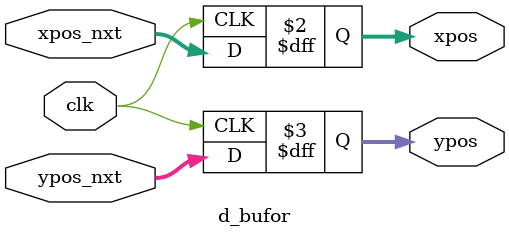
<source format=sv>
/**
 * Copyright (C) 2023  AGH University of Science and Technology
 * MTM UEC2
 * Author: BZ
 *
 * Description:
 * Buforing and delaying the control signals of vga by one clock cycle
 */

module d_bufor(
    input clk,
    input logic [11:0] xpos_nxt,
    input logic [11:0] ypos_nxt,
    output logic [11:0] xpos,
    output logic [11:0] ypos
);


always_ff @(posedge clk) begin
    xpos <= xpos_nxt;
    ypos <= ypos_nxt;
end

endmodule
</source>
